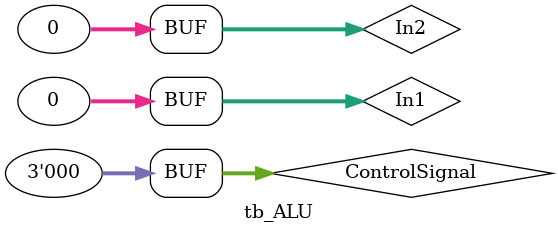
<source format=v>
`timescale 1ns / 1ps


module tb_ALU;

	// Inputs
	reg [31:0] In1;
	reg [31:0] In2;
	reg [2:0] ControlSignal;

	// Outputs
	wire [31:0] Out;

	// Instantiate the Unit Under Test (UUT)
	ALU uut (
		.In1(In1), 
		.In2(In2), 
		.ControlSignal(ControlSignal), 
		.Out(Out)
	);

	initial begin
		// Initialize Inputs
		In1 = 0;
		In2 = 0;
		ControlSignal = 0;

		// Wait 100 ns for global reset to finish
		#100;
        
		// Add stimulus here

	end
      
endmodule


</source>
